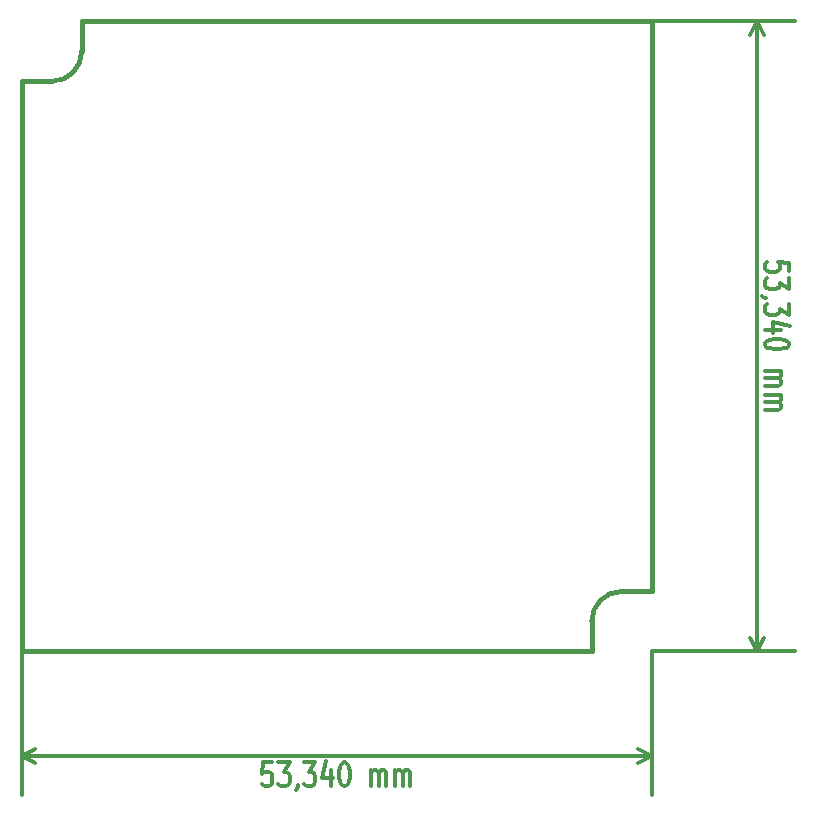
<source format=gbp>
G04 (created by PCBNEW (2013-mar-13)-testing) date Tue 30 Jul 2013 04:20:25 PM CEST*
%MOIN*%
G04 Gerber Fmt 3.4, Leading zero omitted, Abs format*
%FSLAX34Y34*%
G01*
G70*
G90*
G04 APERTURE LIST*
%ADD10C,0.005906*%
%ADD11C,0.015000*%
%ADD12C,0.012000*%
G04 APERTURE END LIST*
G54D10*
G54D11*
X21000Y-19000D02*
X40000Y-19000D01*
X21000Y-19500D02*
X21000Y-19000D01*
X19000Y-21000D02*
X19500Y-21000D01*
X19000Y-40000D02*
X19000Y-21000D01*
X40000Y-19000D02*
X40000Y-38000D01*
X38000Y-40000D02*
X19000Y-40000D01*
X38000Y-39000D02*
X38000Y-40000D01*
X40000Y-38000D02*
X39000Y-38000D01*
X39000Y-38000D02*
G75*
G03X38000Y-39000I0J-1000D01*
G74*
G01*
X21000Y-19500D02*
X21000Y-20000D01*
X19500Y-21000D02*
X20000Y-21000D01*
X20000Y-21000D02*
G75*
G03X21000Y-20000I0J1000D01*
G74*
G01*
G54D12*
X27328Y-43700D02*
X27042Y-43700D01*
X27014Y-44081D01*
X27042Y-44043D01*
X27099Y-44005D01*
X27242Y-44005D01*
X27299Y-44043D01*
X27328Y-44081D01*
X27357Y-44158D01*
X27357Y-44348D01*
X27328Y-44424D01*
X27299Y-44462D01*
X27242Y-44500D01*
X27099Y-44500D01*
X27042Y-44462D01*
X27014Y-44424D01*
X27557Y-43700D02*
X27928Y-43700D01*
X27728Y-44005D01*
X27814Y-44005D01*
X27871Y-44043D01*
X27899Y-44081D01*
X27928Y-44158D01*
X27928Y-44348D01*
X27899Y-44424D01*
X27871Y-44462D01*
X27814Y-44500D01*
X27642Y-44500D01*
X27585Y-44462D01*
X27557Y-44424D01*
X28214Y-44462D02*
X28214Y-44500D01*
X28185Y-44577D01*
X28157Y-44615D01*
X28414Y-43700D02*
X28785Y-43700D01*
X28585Y-44005D01*
X28671Y-44005D01*
X28728Y-44043D01*
X28757Y-44081D01*
X28785Y-44158D01*
X28785Y-44348D01*
X28757Y-44424D01*
X28728Y-44462D01*
X28671Y-44500D01*
X28500Y-44500D01*
X28442Y-44462D01*
X28414Y-44424D01*
X29300Y-43967D02*
X29300Y-44500D01*
X29157Y-43662D02*
X29014Y-44234D01*
X29385Y-44234D01*
X29728Y-43700D02*
X29785Y-43700D01*
X29842Y-43739D01*
X29871Y-43777D01*
X29900Y-43853D01*
X29928Y-44005D01*
X29928Y-44196D01*
X29900Y-44348D01*
X29871Y-44424D01*
X29842Y-44462D01*
X29785Y-44500D01*
X29728Y-44500D01*
X29671Y-44462D01*
X29642Y-44424D01*
X29614Y-44348D01*
X29585Y-44196D01*
X29585Y-44005D01*
X29614Y-43853D01*
X29642Y-43777D01*
X29671Y-43739D01*
X29728Y-43700D01*
X30642Y-44500D02*
X30642Y-43967D01*
X30642Y-44043D02*
X30671Y-44005D01*
X30728Y-43967D01*
X30814Y-43967D01*
X30871Y-44005D01*
X30900Y-44081D01*
X30900Y-44500D01*
X30900Y-44081D02*
X30928Y-44005D01*
X30985Y-43967D01*
X31071Y-43967D01*
X31128Y-44005D01*
X31157Y-44081D01*
X31157Y-44500D01*
X31442Y-44500D02*
X31442Y-43967D01*
X31442Y-44043D02*
X31471Y-44005D01*
X31528Y-43967D01*
X31614Y-43967D01*
X31671Y-44005D01*
X31700Y-44081D01*
X31700Y-44500D01*
X31700Y-44081D02*
X31728Y-44005D01*
X31785Y-43967D01*
X31871Y-43967D01*
X31928Y-44005D01*
X31957Y-44081D01*
X31957Y-44500D01*
X19000Y-43499D02*
X40000Y-43499D01*
X19000Y-40000D02*
X19000Y-44779D01*
X40000Y-40000D02*
X40000Y-44779D01*
X40000Y-43499D02*
X39557Y-43729D01*
X40000Y-43499D02*
X39557Y-43269D01*
X19000Y-43499D02*
X19443Y-43729D01*
X19000Y-43499D02*
X19443Y-43269D01*
X44577Y-27328D02*
X44577Y-27042D01*
X44196Y-27014D01*
X44234Y-27042D01*
X44272Y-27099D01*
X44272Y-27242D01*
X44234Y-27299D01*
X44196Y-27328D01*
X44119Y-27357D01*
X43929Y-27357D01*
X43853Y-27328D01*
X43815Y-27299D01*
X43777Y-27242D01*
X43777Y-27099D01*
X43815Y-27042D01*
X43853Y-27014D01*
X44577Y-27557D02*
X44577Y-27928D01*
X44272Y-27728D01*
X44272Y-27814D01*
X44234Y-27871D01*
X44196Y-27899D01*
X44119Y-27928D01*
X43929Y-27928D01*
X43853Y-27899D01*
X43815Y-27871D01*
X43777Y-27814D01*
X43777Y-27642D01*
X43815Y-27585D01*
X43853Y-27557D01*
X43815Y-28214D02*
X43777Y-28214D01*
X43700Y-28185D01*
X43662Y-28157D01*
X44577Y-28414D02*
X44577Y-28785D01*
X44272Y-28585D01*
X44272Y-28671D01*
X44234Y-28728D01*
X44196Y-28757D01*
X44119Y-28785D01*
X43929Y-28785D01*
X43853Y-28757D01*
X43815Y-28728D01*
X43777Y-28671D01*
X43777Y-28500D01*
X43815Y-28442D01*
X43853Y-28414D01*
X44310Y-29300D02*
X43777Y-29300D01*
X44615Y-29157D02*
X44043Y-29014D01*
X44043Y-29385D01*
X44577Y-29728D02*
X44577Y-29785D01*
X44539Y-29842D01*
X44500Y-29871D01*
X44424Y-29900D01*
X44272Y-29928D01*
X44081Y-29928D01*
X43929Y-29900D01*
X43853Y-29871D01*
X43815Y-29842D01*
X43777Y-29785D01*
X43777Y-29728D01*
X43815Y-29671D01*
X43853Y-29642D01*
X43929Y-29614D01*
X44081Y-29585D01*
X44272Y-29585D01*
X44424Y-29614D01*
X44500Y-29642D01*
X44539Y-29671D01*
X44577Y-29728D01*
X43777Y-30642D02*
X44310Y-30642D01*
X44234Y-30642D02*
X44272Y-30671D01*
X44310Y-30728D01*
X44310Y-30814D01*
X44272Y-30871D01*
X44196Y-30900D01*
X43777Y-30900D01*
X44196Y-30900D02*
X44272Y-30928D01*
X44310Y-30985D01*
X44310Y-31071D01*
X44272Y-31128D01*
X44196Y-31157D01*
X43777Y-31157D01*
X43777Y-31442D02*
X44310Y-31442D01*
X44234Y-31442D02*
X44272Y-31471D01*
X44310Y-31528D01*
X44310Y-31614D01*
X44272Y-31671D01*
X44196Y-31700D01*
X43777Y-31700D01*
X44196Y-31700D02*
X44272Y-31728D01*
X44310Y-31785D01*
X44310Y-31871D01*
X44272Y-31928D01*
X44196Y-31957D01*
X43777Y-31957D01*
X43499Y-19000D02*
X43499Y-40000D01*
X40000Y-19000D02*
X44779Y-19000D01*
X40000Y-40000D02*
X44779Y-40000D01*
X43499Y-40000D02*
X43269Y-39557D01*
X43499Y-40000D02*
X43729Y-39557D01*
X43499Y-19000D02*
X43269Y-19443D01*
X43499Y-19000D02*
X43729Y-19443D01*
M02*

</source>
